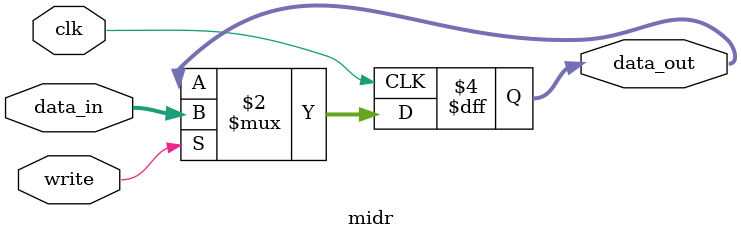
<source format=v>
module midr
    (input clk,write,
    input [15:0] data_in,
    output reg [15:0] data_out);


     always @(negedge clk)
        begin
            if (write) data_out <= data_in;
        end
endmodule
</source>
